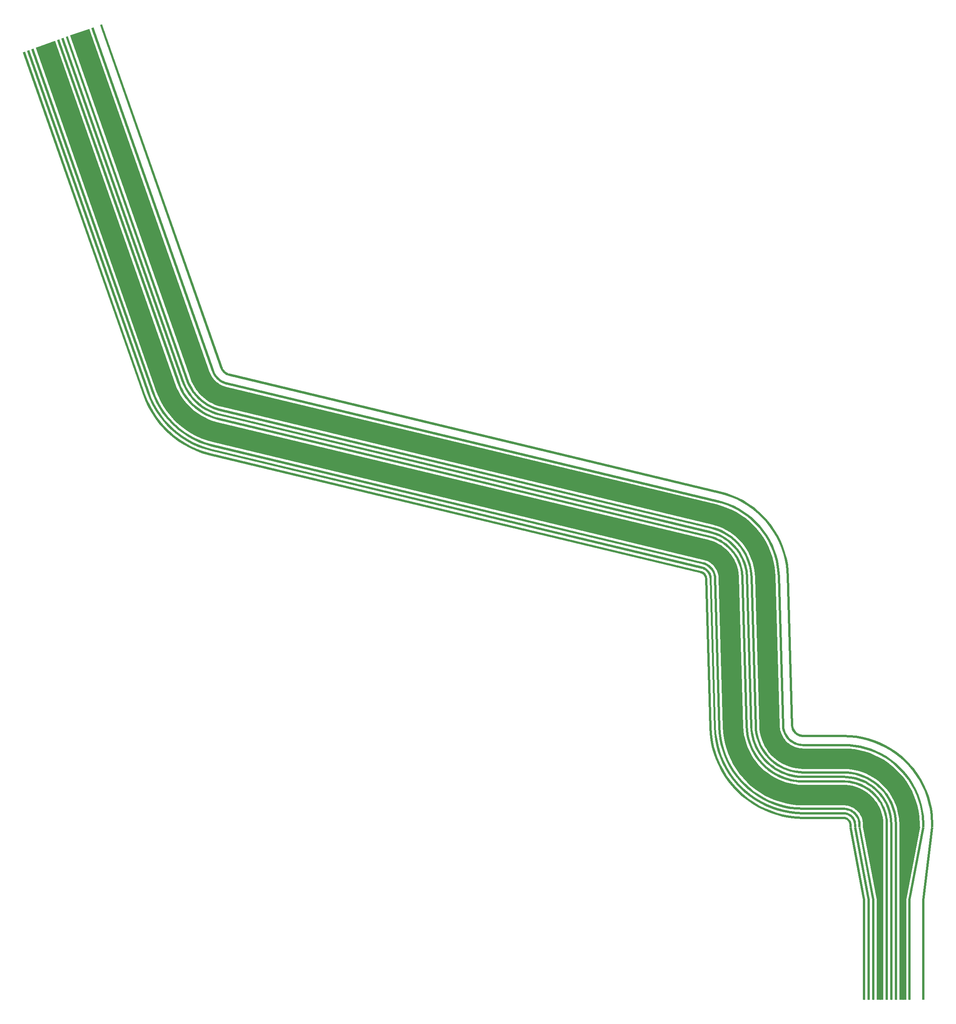
<source format=gbr>
G04 AutoGERB 2.0 for AutoCAD 14*
G04 RS274-X Output *
%FSLAX34Y34*%
%MOMM*%
%ADD12C,0.005000*%
%ADD13C,0.007000*%
G36*X1261915Y2615488D02*X1526637Y1861792D01*X1527223Y1860293*X1527893Y1858878*X1528660Y1857512*X1529519Y1856204*X1530468Y1854959*X1531501Y1853782*X1532613Y1852681*X1533800Y1851659*X1535054Y1850723*X1536370Y1849875*X1537743Y1849122*X1539164Y1848465*X1540614Y1847915*X1542694Y1847312*X2621756Y1588720*X2634959Y1585066*X2647918Y1580488*X2660527Y1575019*X2672725Y1568687*X2684453Y1561523*X2695654Y1553560*X2706274Y1544837*X2716263Y1535398*X2725570Y1525285*X2734152Y1514551*X2741967Y1503245*X2748975Y1491424*X2755145Y1479143*X2760447Y1466464*X2764853Y1453446*X2768344Y1440153*X2770908Y1426617*X2773105Y1402333*X2782361Y1075275*X2782463Y1073669*X2782670Y1072117*X2782985Y1070583*X2783405Y1069075*X2783930Y1067600*X2784556Y1066165*X2785279Y1064776*X2786098Y1063442*X2787008Y1062168*X2788003Y1060960*X2789081Y1059824*X2790235Y1058766*X2791460Y1057791*X2792749Y1056903*X2794097Y1056108*X2795498Y1055407*X2796943Y1054806*X2798427Y1054307*X2799943Y1053912*X2801480Y1053624*X2803029Y1053444*X2804904Y1053367*X2893303Y1053367*X2906994Y1052891*X2920663Y1051459*X2934199Y1049080*X2947536Y1045766*X2960612Y1041531*X2973360Y1036398*X2985721Y1030390*X2997633Y1023538*X3009042Y1015873*X3019888Y1007434*X3030123Y998261*X3039694Y988399*X3048556Y977894*X3056666Y966800*X3063985Y955167*X3070478Y943054*X3076111Y930518*X3080861Y917622*X3084701Y904425*X3087614Y890994*X3089591Y877368*X3090758Y855936*X3090758Y849957*X3085759Y849958*X3085759Y855799*X3084610Y876873*X3082691Y890105*X3079852Y903196*X3076108Y916057*X3071480Y928627*X3065989Y940845*X3059660Y952652*X3052527Y963989*X3044623Y974803*X3035985Y985042*X3026656Y994654*X3016681Y1003595*X3006109Y1011820*X2994990Y1019291*X2983378Y1025969*X2971331Y1031825*X2958905Y1036828*X2946161Y1040955*X2933162Y1044185*X2919968Y1046504*X2906647Y1047900*X2893216Y1048368*X2804803Y1048368*X2802638Y1048455*X2800731Y1048677*X2798850Y1049029*X2796998Y1049512*X2795184Y1050123*X2793417Y1050858*X2791706Y1051713*X2790058Y1052686*X2788481Y1053772*X2786984Y1054963*X2785574Y1056257*X2784256Y1057645*X2783039Y1059121*X2781927Y1060679*X2780926Y1062311*X2780041Y1064008*X2779277Y1065761*X2778636Y1067564*X2778122Y1069408*X2777737Y1071282*X2777484Y1073180*X2777366Y1075046*X2768112Y1402036*X2765951Y1425924*X2763463Y1439052*X2760062Y1452007*X2755766Y1464695*X2750600Y1477054*X2744586Y1489023*X2737754Y1500546*X2730137Y1511564*X2721773Y1522028*X2712702Y1531883*X2702967Y1541084*X2692615Y1549585*X2681698Y1557346*X2670266Y1564330*X2658378Y1570502*X2646089Y1575831*X2633458Y1580293*X2620507Y1583877*X1541415Y1842477*X1539029Y1843168*X1537227Y1843852*X1535488Y1844655*X1533811Y1845576*X1532201Y1846612*X1530669Y1847756*X1529218Y1849006*X1527858Y1850353*X1526597Y1851790*X1525436Y1853313*X1524385Y1854913*X1523448Y1856581*X1522630Y1858310*X1521948Y1860051*X1257198Y2613831*X1261915Y2615488*G37*G36*X1243045Y2608860D02*X1507767Y1855164D01*X1508859Y1852369*X1510125Y1849696*X1511574Y1847118*X1513197Y1844646*X1514989Y1842294*X1516941Y1840071*X1519042Y1837990*X1521283Y1836061*X1523653Y1834291*X1526139Y1832691*X1528732Y1831267*X1531416Y1830027*X1534167Y1828982*X1538033Y1827863*X2617095Y1569271*X2628957Y1565988*X2640603Y1561873*X2651935Y1556959*X2662899Y1551268*X2673438Y1544829*X2683506Y1537673*X2693051Y1529833*X2702027Y1521349*X2710392Y1512261*X2718105Y1502614*X2725128Y1492452*X2731427Y1481828*X2736972Y1470791*X2741738Y1459396*X2745697Y1447696*X2748835Y1435749*X2751139Y1423580*X2753113Y1401767*X2762369Y1074709*X2762559Y1071714*X2762950Y1068782*X2763544Y1065886*X2764338Y1063037*X2765329Y1060251*X2766511Y1057540*X2767879Y1054918*X2769425Y1052397*X2771143Y1049990*X2773024Y1047708*X2775060Y1045562*X2777240Y1043564*X2779553Y1041721*X2781988Y1040045*X2784536Y1038542*X2787181Y1037218*X2789911Y1036083*X2792714Y1035141*X2795576Y1034395*X2798482Y1033850*X2801413Y1033510*X2804904Y1033367*X2893303Y1033367*X2905603Y1032940*X2917888Y1031653*X2930053Y1029515*X2942040Y1026536*X2953791Y1022730*X2965248Y1018116*X2976357Y1012717*X2987064Y1006559*X2997317Y999670*X3007065Y992086*X3016263Y983842*X3024865Y974978*X3032829Y965537*X3040119Y955566*X3046697Y945111*X3052531Y934225*X3057595Y922959*X3061863Y911368*X3065314Y899509*X3067933Y887437*X3069709Y875189*X3070758Y855936*X3070758Y849957*X3065759Y849958*X3065759Y855799*X3064728Y874694*X3063010Y886548*X3060465Y898278*X3057110Y909803*X3052964Y921068*X3048042Y932016*X3042372Y942596*X3035980Y952755*X3028896Y962446*X3021156Y971621*X3012796Y980235*X3003858Y988247*X2994384Y995617*X2984421Y1002312*X2974016Y1008296*X2963219Y1013543*X2952084Y1018027*X2940665Y1021725*X2929016Y1024620*X2917193Y1026698*X2905256Y1027949*X2893216Y1028368*X2804803Y1028368*X2801022Y1028521*X2797733Y1028903*X2794483Y1029512*X2791285Y1030346*X2788152Y1031400*X2785100Y1032669*X2782143Y1034147*X2779297Y1035828*X2776574Y1037702*X2773989Y1039761*X2771553Y1041995*X2769277Y1044393*X2767174Y1046943*X2765254Y1049634*X2763526Y1052451*X2761998Y1055381*X2760676Y1058412*X2759569Y1061526*X2758681Y1064711*X2758017Y1067949*X2757580Y1071225*X2757374Y1074480*X2748120Y1401470*X2746182Y1422887*X2743954Y1434648*X2740906Y1446257*X2737057Y1457627*X2732427Y1468702*X2727038Y1479427*X2720915Y1489753*X2714090Y1499627*X2706595Y1509002*X2698466Y1517834*X2689742Y1526080*X2680467Y1533698*X2670683Y1540652*X2660440Y1546911*X2649786Y1552440*X2638774Y1557216*X2627456Y1561215*X2615846Y1564428*X1536754Y1823028*X1532582Y1824235*X1529477Y1825414*X1526477Y1826800*X1523580Y1828392*X1520800Y1830180*X1518152Y1832158*X1515647Y1834315*X1513298Y1836642*X1511118Y1839125*X1509114Y1841755*X1507299Y1844517*X1505680Y1847399*X1504266Y1850386*X1503078Y1853425*X1238328Y2607203*X1243045Y2608860*G37*G36*X1233612Y2605545D02*X1498218Y1852177D01*X1499689Y1848411*X1501252Y1845111*X1503040Y1841926*X1505046Y1838874*X1507259Y1835969*X1509669Y1833225*X1512264Y1830655*X1515032Y1828270*X1517959Y1826085*X1521028Y1824109*X1524230Y1822352*X1527548Y1820819*X1530840Y1819568*X1536155Y1818030*X2615103Y1559465*X2625961Y1556459*X2636950Y1552577*X2647644Y1547939*X2657991Y1542568*X2667937Y1536492*X2677438Y1529738*X2686447Y1522339*X2694918Y1514333*X2702811Y1505758*X2710091Y1496652*X2716719Y1487062*X2722664Y1477036*X2727897Y1466620*X2732393Y1455866*X2736131Y1444825*X2739092Y1433551*X2741319Y1421794*X2743100Y1402102*X2752363Y1074775*X2752619Y1070739*X2753102Y1067117*X2753836Y1063539*X2754817Y1060021*X2756040Y1056582*X2757500Y1053232*X2759188Y1049994*X2761098Y1046881*X2763219Y1043909*X2765543Y1041091*X2768059Y1038440*X2770749Y1035973*X2773607Y1033697*X2776616Y1031625*X2779760Y1029770*X2783027Y1028136*X2786400Y1026733*X2789861Y1025569*X2793395Y1024648*X2796985Y1023976*X2800552Y1023561*X2805310Y1023367*X2893651Y1023367*X2904909Y1022976*X2916502Y1021761*X2927982Y1019743*X2939294Y1016933*X2950385Y1013340*X2961197Y1008986*X2971680Y1003892*X2981786Y998080*X2991462Y991578*X3000661Y984421*X3009341Y976641*X3017459Y968276*X3024976Y959366*X3031854Y949956*X3038063Y940090*X3043569Y929816*X3048348Y919183*X3052375Y908245*X3055633Y897053*X3058104Y885661*X3059809Y873903*X3060758Y856480*X3060758Y849955*X3015759Y849964*X3015759Y855255*X3014986Y869440*X3013795Y877652*X3011988Y885982*X3009606Y894166*X3006661Y902164*X3003166Y909939*X2999140Y917451*X2994601Y924665*X2989571Y931547*X2984076Y938061*X2978140Y944176*X2971792Y949866*X2965065Y955101*X2957991Y959853*X2950603Y964103*X2942936Y967829*X2935030Y971013*X2926921Y973638*X2918649Y975694*X2910255Y977170*X2901778Y978057*X2892868Y978368*X2804397Y978368*X2797035Y978666*X2790234Y979457*X2783566Y980707*X2776998Y982418*X2770567Y984582*X2764302Y987187*X2758233Y990221*X2752389Y993672*X2746800Y997520*X2741492Y1001746*X2736490Y1006333*X2731822Y1011254*X2727504Y1016490*X2723561Y1022014*X2720013Y1027797*X2716875Y1033813*X2714163Y1040033*X2711890Y1046428*X2710069Y1052964*X2708705Y1059612*X2707808Y1066336*X2707404Y1072716*X2698157Y1399437*X2696698Y1415565*X2695169Y1423636*X2693004Y1431880*X2690272Y1439953*X2686984Y1447817*X2683157Y1455433*X2678810Y1462765*X2673964Y1469777*X2668642Y1476433*X2662869Y1482704*X2656674Y1488560*X2650089Y1493969*X2643142Y1498907*X2635868Y1503351*X2628303Y1507278*X2620483Y1510668*X2612446Y1513508*X2603854Y1515886*X1524648Y1774513*X1516567Y1776853*X1510101Y1779310*X1503943Y1782153*X1497995Y1785420*X1492288Y1789092*X1486851Y1793153*X1481711Y1797580*X1476890Y1802354*X1472412Y1807454*X1468301Y1812851*X1464573Y1818523*X1461251Y1824438*X1458346Y1830572*X1456019Y1836528*X1191155Y2590632*X1233612Y2605545*G37*G36*X1186436Y2588977D02*X1451158Y1835281D01*X1453769Y1828597*X1456822Y1822151*X1460315Y1815932*X1464232Y1809971*X1468553Y1804298*X1473260Y1798938*X1478327Y1793919*X1483732Y1789265*X1489447Y1784997*X1495444Y1781137*X1501697Y1777704*X1508172Y1774714*X1514825Y1772186*X1524050Y1769515*X2603113Y1510923*X2610950Y1508753*X2618660Y1506030*X2626161Y1502776*X2633419Y1499009*X2640396Y1494747*X2647060Y1490010*X2653378Y1484820*X2659321Y1479204*X2664858Y1473187*X2669964Y1466801*X2674612Y1460075*X2678783Y1453042*X2682455Y1445736*X2685608Y1438191*X2688229Y1430448*X2690307Y1422539*X2691834Y1414472*X2693137Y1400070*X2702393Y1073012*X2702846Y1065850*X2703790Y1058781*X2705223Y1051793*X2707138Y1044923*X2709527Y1038202*X2712377Y1031664*X2715676Y1025340*X2719406Y1019260*X2723550Y1013455*X2728087Y1007952*X2732996Y1002777*X2738253Y997957*X2743833Y993514*X2749707Y989470*X2755849Y985845*X2762229Y982654*X2768814Y979915*X2775575Y977642*X2782477Y975843*X2789487Y974529*X2796565Y973707*X2804904Y973367*X2893303Y973367*X2901430Y973085*X2909563Y972233*X2917616Y970818*X2925551Y968846*X2933330Y966326*X2940914Y963272*X2948269Y959698*X2955355Y955621*X2962143Y951061*X2968596Y946040*X2974685Y940583*X2980379Y934715*X2985651Y928466*X2990476Y921866*X2994831Y914944*X2998693Y907738*X3002045Y900280*X3004871Y892608*X3007155Y884757*X3008889Y876766*X3010066Y868649*X3010758Y855936*X3010758Y849957*X3005759Y849958*X3005759Y855799*X3005085Y868154*X3003966Y875877*X3002306Y883526*X3000118Y891043*X2997414Y898389*X2994204Y905529*X2990506Y912429*X2986337Y919055*X2981718Y925375*X2976670Y931358*X2971218Y936976*X2965389Y942201*X2959210Y947008*X2952712Y951374*X2945926Y955277*X2938885Y958699*X2931623Y961623*X2924176Y964035*X2916579Y965923*X2908868Y967278*X2901083Y968094*X2893216Y968368*X2804803Y968368*X2796174Y968718*X2788738Y969582*X2781384Y970960*X2774146Y972847*X2767055Y975232*X2760148Y978105*X2753458Y981450*X2747016Y985253*X2740854Y989495*X2735002Y994154*X2729489Y999210*X2724340Y1004637*X2719581Y1010408*X2715235Y1016497*X2711323Y1022873*X2707864Y1029507*X2704874Y1036363*X2702369Y1043412*X2700360Y1050618*X2698857Y1057946*X2697867Y1065361*X2697398Y1072783*X2688144Y1399773*X2686877Y1413779*X2685426Y1421438*X2683438Y1429009*X2680927Y1436424*X2677908Y1443647*X2674394Y1450641*X2670401Y1457376*X2665949Y1463814*X2661061Y1469930*X2655760Y1475689*X2650071Y1481067*X2644021Y1486035*X2637641Y1490570*X2630960Y1494652*X2624012Y1498259*X2616831Y1501373*X2609449Y1503980*X2601862Y1506080*X1522771Y1764680*X1513240Y1767439*X1506233Y1770101*X1499442Y1773237*X1492885Y1776838*X1486594Y1780886*X1480601Y1785362*X1474932Y1790244*X1469617Y1795509*X1464682Y1801129*X1460149Y1807080*X1456040Y1813331*X1452377Y1819854*X1449176Y1826614*X1446469Y1833542*X1181719Y2587320*X1186436Y2588977*G37*G36*X1177001Y2585663D02*X1441723Y1831967D01*X1444588Y1824635*X1447938Y1817560*X1451772Y1810735*X1456071Y1804192*X1460815Y1797965*X1465980Y1792083*X1471542Y1786574*X1477473Y1781464*X1483746Y1776781*X1490328Y1772545*X1497191Y1768777*X1504298Y1765495*X1511602Y1762720*X1521719Y1759790*X2600781Y1501198*X2607949Y1499214*X2615002Y1496722*X2621866Y1493746*X2628505Y1490299*X2634889Y1486400*X2640986Y1482066*X2646766Y1477317*X2652203Y1472180*X2657269Y1466676*X2661941Y1460833*X2666194Y1454678*X2670009Y1448244*X2673367Y1441560*X2676253Y1434659*X2678651Y1427573*X2680552Y1420337*X2681950Y1412954*X2683141Y1399787*X2692397Y1072729*X2692894Y1064873*X2693930Y1057113*X2695503Y1049444*X2697605Y1041904*X2700227Y1034528*X2703355Y1027351*X2706975Y1020411*X2711069Y1013738*X2715617Y1007366*X2720597Y1001326*X2725985Y995647*X2731755Y990356*X2737879Y985479*X2744327Y981041*X2751068Y977062*X2758070Y973560*X2765298Y970554*X2772718Y968059*X2780294Y966085*X2787988Y964643*X2795757Y963740*X2804904Y963367*X2893303Y963367*X2900735Y963109*X2908176Y962330*X2915543Y961035*X2922803Y959231*X2929920Y956925*X2936858Y954131*X2943586Y950862*X2950071Y947132*X2956280Y942960*X2962184Y938366*X2967755Y933373*X2972964Y928005*X2977788Y922288*X2982203Y916249*X2986187Y909917*X2989720Y903324*X2992787Y896500*X2995372Y889481*X2997462Y882299*X2999048Y874987*X3000125Y867559*X3000758Y855936*X3000758Y849957*X2995759Y849958*X2995759Y855799*X2995144Y867064*X2994125Y874098*X2992613Y881068*X2990619Y887916*X2988156Y894609*X2985231Y901115*X2981862Y907402*X2978064Y913438*X2973855Y919197*X2969255Y924648*X2964288Y929766*X2958977Y934527*X2953347Y938907*X2947426Y942885*X2941245Y946441*X2934829Y949558*X2928213Y952222*X2921428Y954420*X2914506Y956140*X2907481Y957375*X2900388Y958118*X2893216Y958368*X2804803Y958368*X2795366Y958751*X2787237Y959696*X2779201Y961202*X2771289Y963264*X2763539Y965871*X2755989Y969011*X2748677Y972667*X2741636Y976824*X2734900Y981460*X2728504Y986553*X2722478Y992080*X2716850Y998011*X2711648Y1004319*X2706898Y1010975*X2702622Y1017944*X2698842Y1025194*X2695574Y1032689*X2692836Y1040393*X2690640Y1048269*X2688997Y1056278*X2687915Y1064384*X2687402Y1072500*X2678148Y1399490*X2676993Y1412261*X2675671Y1419236*X2673860Y1426134*X2671572Y1432890*X2668822Y1439471*X2665620Y1445843*X2661981Y1451979*X2657926Y1457846*X2653472Y1463417*X2648642Y1468665*X2643459Y1473564*X2637947Y1478091*X2632134Y1482223*X2626048Y1485942*X2619717Y1489227*X2613173Y1492065*X2606448Y1494441*X2599532Y1496355*X1520440Y1754955*X1510017Y1757973*X1502359Y1760882*X1494936Y1764310*X1487769Y1768246*X1480893Y1772670*X1474342Y1777563*X1468147Y1782899*X1462337Y1788652*X1456942Y1794796*X1451988Y1801301*X1447497Y1808134*X1443493Y1815263*X1439995Y1822652*X1437034Y1830228*X1172284Y2584006*X1177001Y2585663*G37*G36*X1167566Y2582350D02*X1432288Y1828653D01*X1435406Y1820674*X1439054Y1812969*X1443229Y1805537*X1447910Y1798413*X1453075Y1791633*X1458700Y1785227*X1464756Y1779228*X1471215Y1773666*X1478045Y1768566*X1485213Y1763952*X1492685Y1759849*X1500424Y1756276*X1508378Y1753254*X1519389Y1750066*X2598452Y1491473*X2604948Y1489675*X2611345Y1487415*X2617570Y1484715*X2623592Y1481589*X2629382Y1478053*X2634912Y1474122*X2640155Y1469815*X2645085Y1465155*X2649680Y1460163*X2653916Y1454864*X2657774Y1449283*X2661235Y1443447*X2664281Y1437384*X2666899Y1431124*X2669073Y1424698*X2670797Y1418135*X2672065Y1411436*X2673145Y1399504*X2682401Y1072446*X2682942Y1063895*X2684070Y1055446*X2685783Y1047096*X2688072Y1038885*X2690927Y1030853*X2694333Y1023038*X2698275Y1015481*X2702733Y1008215*X2707685Y1001277*X2713108Y994700*X2718974Y988516*X2725257Y982755*X2731926Y977445*X2738947Y972612*X2746288Y968279*X2753912Y964465*X2761782Y961193*X2769862Y958475*X2778111Y956326*X2786488Y954756*X2794949Y953773*X2804904Y953367*X2893303Y953367*X2900039Y953133*X2906788Y952426*X2913470Y951252*X2920054Y949616*X2926509Y947525*X2932803Y944991*X2938905Y942025*X2944786Y938642*X2950418Y934858*X2955772Y930692*X2960825Y926164*X2965550Y921295*X2969925Y916109*X2973929Y910631*X2977542Y904889*X2980747Y898909*X2983528Y892721*X2985874Y886354*X2987769Y879839*X2989207Y873208*X2990185Y866469*X2990758Y855936*X2990758Y849957*X2985759Y849958*X2985759Y855799*X2985204Y865974*X2984284Y872319*X2982920Y878610*X2981121Y884789*X2978897Y890830*X2976258Y896700*X2973217Y902374*X2969790Y907822*X2965992Y913018*X2961841Y917938*X2957358Y922557*X2952565Y926853*X2947485Y930805*X2942143Y934395*X2936562Y937604*X2930774Y940418*X2924802Y942822*X2918679Y944805*X2912433Y946357*X2906093Y947471*X2899692Y948142*X2893216Y948368*X2804803Y948368*X2794558Y948784*X2785739Y949809*X2777018Y951443*X2768433Y953680*X2760023Y956510*X2751831Y959916*X2743895Y963884*X2736256Y968395*X2728947Y973426*X2722006Y978952*X2715467Y984949*X2709361Y991385*X2703716Y998230*X2698562Y1005452*X2693922Y1013014*X2689820Y1020881*X2686274Y1029014*X2683303Y1037374*X2680920Y1045921*X2679137Y1054611*X2677963Y1063406*X2677406Y1072217*X2668152Y1399207*X2667108Y1410743*X2665916Y1417034*X2664282Y1423259*X2662218Y1429357*X2659736Y1435295*X2656846Y1441046*X2653563Y1446582*X2649903Y1451877*X2645883Y1456904*X2641524Y1461640*X2636846Y1466062*X2631873Y1470147*X2626627Y1473876*X2621133Y1477232*X2615421Y1480198*X2609516Y1482758*X2603447Y1484902*X2597201Y1486632*X1518110Y1745231*X1506793Y1748507*X1498485Y1751663*X1490430Y1755382*X1482654Y1759653*X1475192Y1764455*X1468084Y1769763*X1461361Y1775553*X1455057Y1781798*X1449204Y1788464*X1443827Y1795522*X1438954Y1802936*X1434609Y1810672*X1430813Y1818691*X1427599Y1826914*X1162849Y2580693*X1167566Y2582350*G37*G36*X1158132Y2579034D02*X1422737Y1825668D01*X1426236Y1816716*X1430180Y1808384*X1434696Y1800346*X1439759Y1792642*X1445345Y1785308*X1451429Y1778380*X1457979Y1771892*X1464964Y1765875*X1472350Y1760359*X1480102Y1755371*X1488184Y1750933*X1496554Y1747068*X1505050Y1743841*X1517511Y1740233*X2596459Y1481668*X2601953Y1480147*X2607692Y1478119*X2613279Y1475697*X2618684Y1472890*X2623880Y1469716*X2628844Y1466188*X2633550Y1462323*X2637975Y1458140*X2642100Y1453659*X2645903Y1448902*X2649366Y1443892*X2652471Y1438654*X2655205Y1433214*X2657554Y1427595*X2659507Y1421827*X2661053Y1415937*X2662245Y1409650*X2663132Y1399839*X2672396Y1072510*X2673002Y1062919*X2674222Y1053781*X2676074Y1044750*X2678550Y1035870*X2681638Y1027183*X2685322Y1018732*X2689585Y1010557*X2694406Y1002699*X2699762Y995196*X2705628Y988082*X2711972Y981394*X2718767Y975164*X2725980Y969421*X2733574Y964193*X2741512Y959506*X2749758Y955383*X2758270Y951844*X2767009Y948904*X2775930Y946579*X2784991Y944881*X2794087Y943824*X2805311Y943367*X2893650Y943367*X2899346Y943170*X2905403Y942534*X2911397Y941481*X2917308Y940013*X2923103Y938136*X2928751Y935862*X2934231Y933199*X2939508Y930162*X2944562Y926767*X2949370Y923026*X2953903Y918963*X2958146Y914592*X2962071Y909937*X2965665Y905023*X2968908Y899867*X2971785Y894499*X2974281Y888945*X2976385Y883232*X2978087Y877384*X2979378Y871433*X2980284Y865183*X2980758Y856480*X2980758Y849955*X2935759Y849964*X2935759Y855255*X2935461Y860722*X2935069Y863424*X2934442Y866313*X2933616Y869151*X2932594Y871926*X2931382Y874624*X2929985Y877230*X2928412Y879730*X2926666Y882118*X2924759Y884379*X2922702Y886498*X2920499Y888473*X2918167Y890288*X2915711Y891937*X2913148Y893412*X2910492Y894703*X2907748Y895807*X2904937Y896718*X2902068Y897430*X2899152Y897943*X2896213Y898251*X2892869Y898368*X2804396Y898368*X2790572Y898929*X2778240Y900362*X2766099Y902638*X2754146Y905753*X2742439Y909691*X2731033Y914434*X2719985Y919959*X2709347Y926238*X2699173Y933242*X2689510Y940937*X2680405Y949285*X2671903Y958247*X2664045Y967777*X2656869Y977832*X2650410Y988360*X2644697Y999313*X2639761Y1010636*X2635625Y1022275*X2632307Y1034173*X2629825Y1046274*X2628191Y1058518*X2627437Y1070455*X2618189Y1397174*X2617624Y1403421*X2617132Y1406022*X2616380Y1408882*X2615433Y1411682*X2614292Y1414409*X2612964Y1417053*X2611457Y1419595*X2609776Y1422027*X2607931Y1424336*X2605928Y1426511*X2603779Y1428542*X2601495Y1430417*X2599085Y1432131*X2596561Y1433673*X2593938Y1435034*X2591225Y1436210*X2588436Y1437196*X2585210Y1438089*X1506004Y1696716*X1490779Y1701124*X1479109Y1705557*X1467895Y1710736*X1457069Y1716682*X1446681Y1723366*X1436783Y1730758*X1427424Y1738819*X1418648Y1747511*X1410498Y1756793*X1403012Y1766619*X1396229Y1776941*X1390179Y1787711*X1384893Y1798877*X1380540Y1810017*X1115675Y2564121*X1158132Y2579034*G37*G36*X1110956Y2562466D02*X1375678Y1808770D01*X1380316Y1796902*X1385751Y1785424*X1391970Y1774352*X1398944Y1763738*X1406639Y1753637*X1415019Y1744093*X1424042Y1735157*X1433664Y1726870*X1443840Y1719271*X1454518Y1712399*X1465650Y1706286*X1477179Y1700962*X1489037Y1696458*X1505406Y1691718*X2584469Y1433125*X2586941Y1432441*X2589402Y1431572*X2591796Y1430533*X2594113Y1429331*X2596339Y1427970*X2598466Y1426459*X2600483Y1424802*X2602379Y1423010*X2604147Y1421090*X2605776Y1419051*X2607260Y1416904*X2608590Y1414660*X2609762Y1412328*X2610769Y1409920*X2611605Y1407449*X2612269Y1404925*X2612760Y1402327*X2613169Y1397807*X2622426Y1070749*X2623229Y1058031*X2624910Y1045444*X2627461Y1033003*X2630872Y1020771*X2635125Y1008805*X2640200Y997163*X2646072Y985903*X2652714Y975079*X2660091Y964742*X2668170Y954944*X2676910Y945731*X2686271Y937149*X2696205Y929237*X2706665Y922037*X2717601Y915581*X2728960Y909901*X2740686Y905025*X2752722Y900976*X2765012Y897774*X2777493Y895435*X2790101Y893970*X2804904Y893367*X2893303Y893367*X2895867Y893278*X2898462Y893007*X2901033Y892555*X2903565Y891926*X2906048Y891121*X2908468Y890147*X2910816Y889006*X2913078Y887705*X2915244Y886249*X2917303Y884647*X2919247Y882905*X2921064Y881032*X2922746Y879038*X2924286Y876931*X2925676Y874722*X2926909Y872423*X2927978Y870042*X2928880Y867594*X2929610Y865088*X2930163Y862537*X2930541Y859930*X2930758Y855936*X2930758Y849957*X2925759Y849958*X2925759Y855799*X2925560Y859435*X2925240Y861648*X2924761Y863857*X2924129Y866029*X2923347Y868151*X2922420Y870214*X2921351Y872207*X2920147Y874122*X2918813Y875947*X2917355Y877675*X2915780Y879298*X2914096Y880808*X2912311Y882196*X2910433Y883458*X2908473Y884585*X2906439Y885574*X2904341Y886418*X2902190Y887115*X2899996Y887660*X2897769Y888052*X2895520Y888287*X2893216Y888368*X2804803Y888368*X2789710Y888981*X2776744Y890488*X2763919Y892891*X2751293Y896181*X2738927Y900342*X2726879Y905352*X2715210Y911186*X2703974Y917820*X2693226Y925218*X2683020Y933346*X2673403Y942164*X2664423Y951629*X2656122Y961695*X2648543Y972316*X2641719Y983436*X2635687Y995006*X2630472Y1006966*X2626103Y1019260*X2622598Y1031828*X2619977Y1044609*X2618250Y1057542*X2617431Y1070520*X2608176Y1397510*X2607803Y1401636*X2607388Y1403824*X2606814Y1406010*X2606088Y1408153*X2605217Y1410239*X2604201Y1412259*X2603047Y1414205*X2601761Y1416066*X2600350Y1417831*X2598818Y1419495*X2597174Y1421049*X2595427Y1422484*X2593584Y1423795*X2591654Y1424974*X2589647Y1426016*X2587573Y1426915*X2585440Y1427668*X2583218Y1428284*X1504127Y1686883*X1487452Y1691711*X1475240Y1696349*X1463395Y1701819*X1451959Y1708100*X1440987Y1715160*X1430533Y1722967*X1420647Y1731482*X1411376Y1740664*X1402768Y1750468*X1394861Y1760847*X1387695Y1771751*X1381306Y1783127*X1375723Y1794919*X1370989Y1807031*X1106239Y2560809*X1110956Y2562466*G37*G36*X1101521Y2559153D02*X1366243Y1805456D01*X1371134Y1792940*X1376867Y1780833*X1383427Y1769154*X1390783Y1757959*X1398900Y1747304*X1407739Y1737238*X1417256Y1727812*X1427405Y1719071*X1438139Y1711056*X1449402Y1703807*X1461144Y1697359*X1473305Y1691743*X1485813Y1686992*X1503076Y1681993*X2582137Y1423401*X2583941Y1422902*X2585745Y1422264*X2587500Y1421503*X2589198Y1420621*X2590832Y1419624*X2592392Y1418515*X2593871Y1417300*X2595261Y1415986*X2596558Y1414578*X2597753Y1413082*X2598841Y1411508*X2599816Y1409862*X2600676Y1408152*X2601414Y1406387*X2602027Y1404574*X2602514Y1402724*X2602876Y1400810*X2603173Y1397523*X2612430Y1070466*X2613277Y1057054*X2615050Y1043777*X2617741Y1030654*X2621338Y1017751*X2625825Y1005130*X2631177Y992850*X2637372Y980974*X2644377Y969556*X2652159Y958653*X2660680Y948318*X2669900Y938600*X2679773Y929547*X2690252Y921203*X2701285Y913608*X2712821Y906798*X2724801Y900806*X2737170Y895663*X2749866Y891393*X2762828Y888016*X2775994Y885548*X2789293Y884003*X2804904Y883367*X2893302Y883367*X2895172Y883303*X2897075Y883103*X2898959Y882772*X2900817Y882311*X2902638Y881721*X2904414Y881006*X2906134Y880169*X2907792Y879215*X2909381Y878148*X2910891Y876973*X2912317Y875695*X2913649Y874322*X2914883Y872859*X2916013Y871315*X2917032Y869695*X2917936Y868008*X2918720Y866262*X2919382Y864467*X2919916Y862630*X2920322Y860760*X2920601Y858840*X2920758Y855935*X2920758Y849957*X2915759Y849958*X2915759Y855800*X2915620Y858345*X2915399Y859869*X2915067Y861399*X2914629Y862902*X2914089Y864371*X2913447Y865799*X2912707Y867180*X2911874Y868504*X2910950Y869768*X2909940Y870965*X2908850Y872088*X2907684Y873134*X2906448Y874095*X2905149Y874968*X2903791Y875748*X2902383Y876433*X2900931Y877018*X2899442Y877500*X2897924Y877877*X2896380Y878148*X2894823Y878312*X2893215Y878368*X2804803Y878368*X2788902Y879014*X2775243Y880601*X2761735Y883133*X2748437Y886598*X2735411Y890980*X2722720Y896257*X2710428Y902403*X2698594Y909391*X2687273Y917184*X2676522Y925744*X2666393Y935033*X2656933Y945003*X2648190Y955606*X2640206Y966793*X2633019Y978507*X2626664Y990693*X2621172Y1003291*X2616569Y1016240*X2612878Y1029479*X2610117Y1042942*X2608298Y1056565*X2607435Y1070237*X2598180Y1397228*X2597919Y1400117*X2597633Y1401621*X2597236Y1403135*X2596733Y1404618*X2596129Y1406063*X2595427Y1407463*X2594628Y1408809*X2593738Y1410097*X2592761Y1411319*X2591700Y1412471*X2590562Y1413547*X2589353Y1414540*X2588077Y1415447*X2586741Y1416264*X2585351Y1416984*X2583914Y1417607*X2582438Y1418129*X2580888Y1418558*X1501797Y1677158*X1484228Y1682245*X1471366Y1687130*X1458889Y1692892*X1446843Y1699508*X1435286Y1706945*X1424274Y1715168*X1413861Y1724137*X1404096Y1733809*X1395029Y1744135*X1386700Y1755068*X1379152Y1766553*X1372422Y1778536*X1366541Y1790957*X1361554Y1803717*X1096804Y2557496*X1101521Y2559153*G37*G36*X1092086Y2555839D02*X1356808Y1802142D01*X1361953Y1788978*X1367983Y1776242*X1374884Y1763957*X1382622Y1752180*X1391160Y1740971*X1400459Y1730383*X1410470Y1720467*X1421147Y1711271*X1432438Y1702840*X1444286Y1695214*X1456638Y1688432*X1469431Y1682524*X1482590Y1677526*X1500745Y1672268*X2579807Y1413676*X2580939Y1413363*X2582087Y1412957*X2583205Y1412473*X2584286Y1411911*X2585325Y1411277*X2586318Y1410571*X2587258Y1409798*X2588144Y1408962*X2588970Y1408065*X2589729Y1407113*X2590421Y1406113*X2591042Y1405064*X2591590Y1403976*X2592059Y1402852*X2592449Y1401700*X2592759Y1400521*X2592991Y1399290*X2593177Y1397241*X2602434Y1070183*X2603325Y1056076*X2605190Y1042110*X2608021Y1028305*X2611805Y1014732*X2616525Y1001455*X2622155Y988538*X2628672Y976044*X2636040Y964033*X2644227Y952564*X2653191Y941692*X2662889Y931469*X2673275Y921946*X2684298Y913168*X2695905Y905178*X2708039Y898015*X2720643Y891712*X2733653Y886302*X2747009Y881810*X2760645Y878257*X2774495Y875661*X2788485Y874035*X2804904Y873367*X2893302Y873367*X2894476Y873327*X2895688Y873200*X2896886Y872989*X2898069Y872696*X2899228Y872320*X2900357Y871865*X2901453Y871333*X2902509Y870725*X2903519Y870046*X2904480Y869299*X2905387Y868486*X2906235Y867612*X2907021Y866681*X2907739Y865698*X2908388Y864667*X2908963Y863594*X2909462Y862483*X2909884Y861339*X2910223Y860170*X2910481Y858980*X2910660Y857751*X2910758Y855935*X2910758Y849957*X2905759Y849958*X2905759Y855800*X2905679Y857254*X2905558Y858091*X2905374Y858941*X2905131Y859776*X2904831Y860592*X2904474Y861385*X2904063Y862152*X2903600Y862887*X2903086Y863590*X2902526Y864255*X2901920Y864879*X2901273Y865458*X2900586Y865993*X2899864Y866478*X2899110Y866912*X2898328Y867292*X2897521Y867617*X2896694Y867885*X2895851Y868094*X2894993Y868245*X2894129Y868336*X2893215Y868368*X2804803Y868368*X2788094Y869046*X2773744Y870714*X2759552Y873374*X2745580Y877015*X2731894Y881619*X2718562Y887163*X2705648Y893620*X2693214Y900961*X2681319Y909149*X2670024Y918143*X2659382Y927902*X2649444Y938377*X2640258Y949517*X2631869Y961270*X2624319Y973577*X2617642Y986381*X2611872Y999616*X2607036Y1013221*X2603158Y1027130*X2600257Y1041275*X2598346Y1055587*X2597439Y1069954*X2588184Y1396944*X2588034Y1398599*X2587878Y1399420*X2587658Y1400261*X2587378Y1401085*X2587043Y1401887*X2586653Y1402665*X2586210Y1403412*X2585714Y1404128*X2585171Y1404808*X2584583Y1405447*X2583951Y1406045*X2583279Y1406596*X2582570Y1407100*X2581827Y1407554*X2581056Y1407954*X2580258Y1408300*X2579438Y1408590*X2578558Y1408833*X1499466Y1667433*X1481005Y1672779*X1467492Y1677911*X1454383Y1683965*X1441727Y1690915*X1429585Y1698729*X1418016Y1707368*X1407075Y1716792*X1396816Y1726952*X1387289Y1737802*X1378539Y1749289*X1370609Y1761356*X1363538Y1773945*X1357360Y1786995*X1352119Y1800403*X1087369Y2554182*X1092086Y2555839*G37*G36*X3090739Y849646D02*X3070758Y690184D01*X3070758Y471277*X3065759Y471278*X3065759Y690497*X3085778Y850268*X3090739Y849646*G37*G54D12*X2998259Y471278D02*X2998259Y691278D01*G54D12*X3008259Y471278D02*X3008259Y691278D01*G54D12*X2988259Y471278D02*X2988259Y691278D01*G54D12*X2973259Y471278D02*X2973259Y691278D01*G54D12*X2958259Y471278D02*X2958259Y691278D01*G54D12*X2948259Y471278D02*X2948259Y691278D01*G54D12*X2938259Y471278D02*X2938259Y691278D01*G54D12*X3023259Y471278D02*X3023259Y691278D01*G54D12*X3038259Y471278D02*X3038259Y691278D01*G36*X2910715Y850422D02*X2940758Y691512D01*X2940758Y471277*X2935759Y471278*X2935759Y691043*X2905802Y849493*X2910715Y850422*G37*G36*X2920715Y850422D02*X2950758Y691512D01*X2950758Y471277*X2945759Y471278*X2945759Y691043*X2915802Y849493*X2920715Y850422*G37*G36*X2930715Y850422D02*X2960758Y691512D01*X2960758Y471277*X2955759Y471278*X2955759Y691043*X2925802Y849493*X2930715Y850422*G37*G36*X2990758Y849957D02*X2990758Y691277D01*X2985759Y691278*X2985759Y849957*X2990758Y849957*G37*G36*X2990758Y691277D02*X2990758Y471277D01*X2985759Y471278*X2985759Y691277*X2990758Y691277*G37*G36*X3000758Y849957D02*X3000758Y691277D01*X2995759Y691278*X2995759Y849957*X3000758Y849957*G37*G36*X3000758Y691277D02*X3000758Y471277D01*X2995759Y471278*X2995759Y691277*X3000758Y691277*G37*G36*X3010758Y849957D02*X3010758Y691277D01*X3005759Y691278*X3005759Y849957*X3010758Y849957*G37*G36*X3010758Y691277D02*X3010758Y471277D01*X3005759Y471278*X3005759Y691277*X3010758Y691277*G37*G36*X3070715Y849493D02*X3040758Y691043D01*X3040758Y471277*X3035759Y471278*X3035759Y691512*X3065802Y850422*X3070715Y849493*G37*G36*X2980658Y855208D02*X2980758Y611037D01*X2980758Y471277*X2965759Y471280*X2965759Y690746*X2935273Y850918*X2980658Y855208*G37*G36*X3061245Y850918D02*X3030758Y690746D01*X3030758Y471277*X3015759Y471280*X3015759Y612228*X3015860Y855208*X3061245Y850918*G37*M02*
</source>
